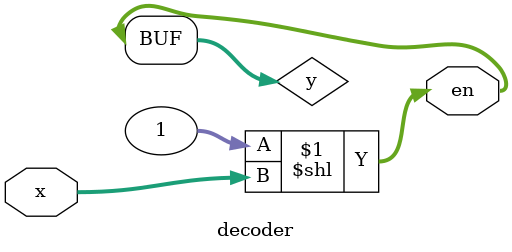
<source format=sv>
module decoder (
    input logic [4:0] x,
    output logic [31:0] en 
);
  logic [31:0] y;
   assign y=32'b1 << x;  
  assign en=y;
endmodule

</source>
